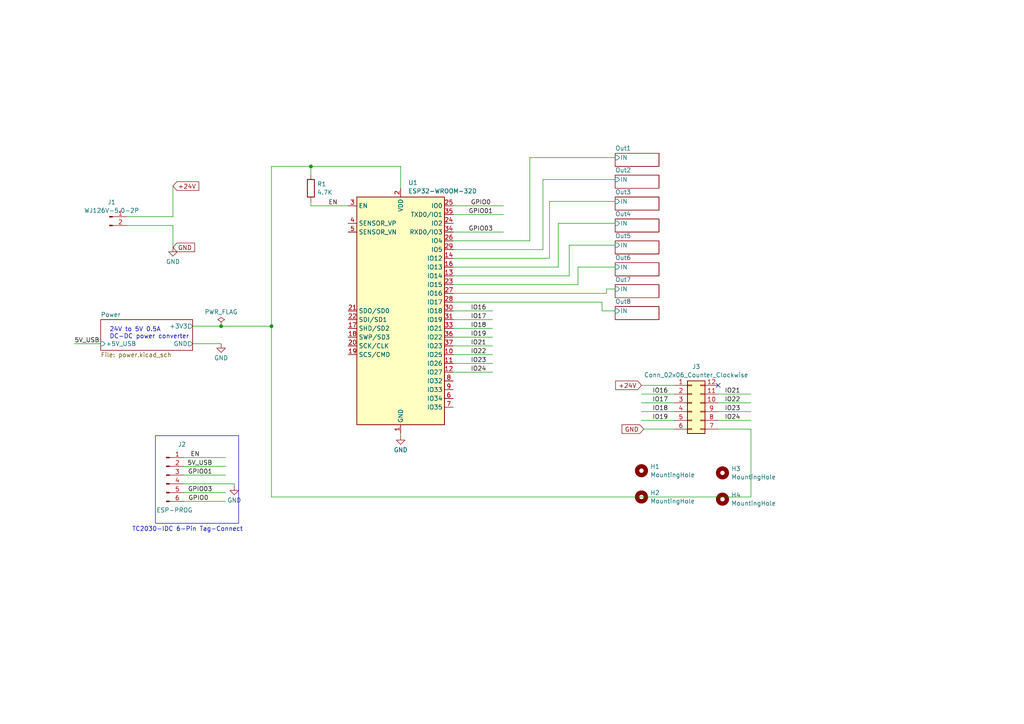
<source format=kicad_sch>
(kicad_sch (version 20230121) (generator eeschema)
  (paper "A4")
  (lib_symbols
    (symbol "Connector:Conn_01x02_Pin" (pin_names (offset 1.016) hide)
      (property "Reference" "J" (at 0 2.54 0))
      (property "Value" "Conn_01x02_Pin" (at 0 -5.08 0))
      (symbol "Conn_01x02_Pin_1_1"
        (polyline (pts (xy 1.27 -2.54) (xy 0.8636 -2.54)) (stroke (width 0.1524)))
        (polyline (pts (xy 1.27 0) (xy 0.8636 0)) (stroke (width 0.1524)))
        (rectangle (start 0.8636 -2.413) (end 0 -2.667) (stroke (width 0.1524)) (fill (type outline)))
        (rectangle (start 0.8636 0.127) (end 0 -0.127) (stroke (width 0.1524)) (fill (type outline)))
        (pin passive line (at 5.08 0 180) (length 3.81) (name "Pin_1") (number "1"))
        (pin passive line (at 5.08 -2.54 180) (length 3.81) (name "Pin_2") (number "2"))
      )
    )
    (symbol "Connector:Conn_01x06_Pin" (pin_names (offset 1.016) hide)
      (property "Reference" "J" (at 0 7.62 0))
      (property "Value" "Conn_01x06_Pin" (at 0 -10.16 0))
      (symbol "Conn_01x06_Pin_1_1"
        (polyline (pts (xy 1.27 -7.62) (xy 0.8636 -7.62)) (stroke (width 0.1524)))
        (polyline (pts (xy 1.27 -5.08) (xy 0.8636 -5.08)) (stroke (width 0.1524)))
        (polyline (pts (xy 1.27 -2.54) (xy 0.8636 -2.54)) (stroke (width 0.1524)))
        (polyline (pts (xy 1.27 0) (xy 0.8636 0)) (stroke (width 0.1524)))
        (polyline (pts (xy 1.27 2.54) (xy 0.8636 2.54)) (stroke (width 0.1524)))
        (polyline (pts (xy 1.27 5.08) (xy 0.8636 5.08)) (stroke (width 0.1524)))
        (rectangle (start 0.8636 -7.493) (end 0 -7.747) (stroke (width 0.1524)) (fill (type outline)))
        (rectangle (start 0.8636 -4.953) (end 0 -5.207) (stroke (width 0.1524)) (fill (type outline)))
        (rectangle (start 0.8636 -2.413) (end 0 -2.667) (stroke (width 0.1524)) (fill (type outline)))
        (rectangle (start 0.8636 0.127) (end 0 -0.127) (stroke (width 0.1524)) (fill (type outline)))
        (rectangle (start 0.8636 2.667) (end 0 2.413) (stroke (width 0.1524)) (fill (type outline)))
        (rectangle (start 0.8636 5.207) (end 0 4.953) (stroke (width 0.1524)) (fill (type outline)))
        (pin passive line (at 5.08 5.08 180) (length 3.81) (name "Pin_1") (number "1"))
        (pin passive line (at 5.08 2.54 180) (length 3.81) (name "Pin_2") (number "2"))
        (pin passive line (at 5.08 0 180) (length 3.81) (name "Pin_3") (number "3"))
        (pin passive line (at 5.08 -2.54 180) (length 3.81) (name "Pin_4") (number "4"))
        (pin passive line (at 5.08 -5.08 180) (length 3.81) (name "Pin_5") (number "5"))
        (pin passive line (at 5.08 -7.62 180) (length 3.81) (name "Pin_6") (number "6"))
      )
    )
    (symbol "Connector_Generic:Conn_02x06_Counter_Clockwise" (pin_names (offset 1.016) hide)
      (property "Reference" "J" (at 1.27 7.62 0))
      (property "Value" "Conn_02x06_Counter_Clockwise" (at 1.27 -10.16 0))
      (symbol "Conn_02x06_Counter_Clockwise_1_1"
        (rectangle (start -1.27 -7.493) (end 0 -7.747) (stroke (width 0.1524)))
        (rectangle (start -1.27 -4.953) (end 0 -5.207) (stroke (width 0.1524)))
        (rectangle (start -1.27 -2.413) (end 0 -2.667) (stroke (width 0.1524)))
        (rectangle (start -1.27 0.127) (end 0 -0.127) (stroke (width 0.1524)))
        (rectangle (start -1.27 2.667) (end 0 2.413) (stroke (width 0.1524)))
        (rectangle (start -1.27 5.207) (end 0 4.953) (stroke (width 0.1524)))
        (rectangle (start -1.27 6.35) (end 3.81 -8.89) (stroke (width 0.254)) (fill (type background)))
        (rectangle (start 3.81 -7.493) (end 2.54 -7.747) (stroke (width 0.1524)))
        (rectangle (start 3.81 -4.953) (end 2.54 -5.207) (stroke (width 0.1524)))
        (rectangle (start 3.81 -2.413) (end 2.54 -2.667) (stroke (width 0.1524)))
        (rectangle (start 3.81 0.127) (end 2.54 -0.127) (stroke (width 0.1524)))
        (rectangle (start 3.81 2.667) (end 2.54 2.413) (stroke (width 0.1524)))
        (rectangle (start 3.81 5.207) (end 2.54 4.953) (stroke (width 0.1524)))
        (pin passive line (at -5.08 5.08 0) (length 3.81) (name "Pin_1") (number "1"))
        (pin passive line (at 7.62 0 180) (length 3.81) (name "Pin_10") (number "10"))
        (pin passive line (at 7.62 2.54 180) (length 3.81) (name "Pin_11") (number "11"))
        (pin passive line (at 7.62 5.08 180) (length 3.81) (name "Pin_12") (number "12"))
        (pin passive line (at -5.08 2.54 0) (length 3.81) (name "Pin_2") (number "2"))
        (pin passive line (at -5.08 0 0) (length 3.81) (name "Pin_3") (number "3"))
        (pin passive line (at -5.08 -2.54 0) (length 3.81) (name "Pin_4") (number "4"))
        (pin passive line (at -5.08 -5.08 0) (length 3.81) (name "Pin_5") (number "5"))
        (pin passive line (at -5.08 -7.62 0) (length 3.81) (name "Pin_6") (number "6"))
        (pin passive line (at 7.62 -7.62 180) (length 3.81) (name "Pin_7") (number "7"))
        (pin passive line (at 7.62 -5.08 180) (length 3.81) (name "Pin_8") (number "8"))
        (pin passive line (at 7.62 -2.54 180) (length 3.81) (name "Pin_9") (number "9"))
      )
    )
    (symbol "Device:R" (pin_numbers hide) (pin_names (offset 0))
      (property "Reference" "R" (at 2.032 0 90))
      (property "Value" "R" (at 0 0 90))
      (symbol "R_0_1"
        (rectangle (start -1.016 -2.54) (end 1.016 2.54) (stroke (width 0.254)))
      )
      (symbol "R_1_1"
        (pin passive line (at 0 3.81 270) (length 1.27) (name "~") (number "1"))
        (pin passive line (at 0 -3.81 90) (length 1.27) (name "~") (number "2"))
      )
    )
    (symbol "Mechanical:MountingHole" (pin_names (offset 1.016))
      (property "Reference" "H" (at 0 5.08 0))
      (property "Value" "MountingHole" (at 0 3.175 0))
      (symbol "MountingHole_0_1"
        (circle (center 0 0) (radius 1.27) (stroke (width 1.27)))
      )
    )
    (symbol "RF_Module:ESP32-WROOM-32D"
      (property "Reference" "U" (at -12.7 34.29 0))
      (property "Value" "ESP32-WROOM-32D" (at 1.27 34.29 0))
      (symbol "ESP32-WROOM-32D_0_1"
        (rectangle (start -12.7 33.02) (end 12.7 -33.02) (stroke (width 0.254)) (fill (type background)))
      )
      (symbol "ESP32-WROOM-32D_1_1"
        (pin power_in line (at 0 -35.56 90) (length 2.54) (name "GND") (number "1"))
        (pin bidirectional line (at 15.24 -12.7 180) (length 2.54) (name "IO25") (number "10"))
        (pin bidirectional line (at 15.24 -15.24 180) (length 2.54) (name "IO26") (number "11"))
        (pin bidirectional line (at 15.24 -17.78 180) (length 2.54) (name "IO27") (number "12"))
        (pin bidirectional line (at 15.24 10.16 180) (length 2.54) (name "IO14") (number "13"))
        (pin bidirectional line (at 15.24 15.24 180) (length 2.54) (name "IO12") (number "14"))
        (pin passive line (at 0 -35.56 90) (length 2.54) hide (name "GND") (number "15"))
        (pin bidirectional line (at 15.24 12.7 180) (length 2.54) (name "IO13") (number "16"))
        (pin bidirectional line (at -15.24 -5.08 0) (length 2.54) (name "SHD/SD2") (number "17"))
        (pin bidirectional line (at -15.24 -7.62 0) (length 2.54) (name "SWP/SD3") (number "18"))
        (pin bidirectional line (at -15.24 -12.7 0) (length 2.54) (name "SCS/CMD") (number "19"))
        (pin power_in line (at 0 35.56 270) (length 2.54) (name "VDD") (number "2"))
        (pin bidirectional line (at -15.24 -10.16 0) (length 2.54) (name "SCK/CLK") (number "20"))
        (pin bidirectional line (at -15.24 0 0) (length 2.54) (name "SDO/SD0") (number "21"))
        (pin bidirectional line (at -15.24 -2.54 0) (length 2.54) (name "SDI/SD1") (number "22"))
        (pin bidirectional line (at 15.24 7.62 180) (length 2.54) (name "IO15") (number "23"))
        (pin bidirectional line (at 15.24 25.4 180) (length 2.54) (name "IO2") (number "24"))
        (pin bidirectional line (at 15.24 30.48 180) (length 2.54) (name "IO0") (number "25"))
        (pin bidirectional line (at 15.24 20.32 180) (length 2.54) (name "IO4") (number "26"))
        (pin bidirectional line (at 15.24 5.08 180) (length 2.54) (name "IO16") (number "27"))
        (pin bidirectional line (at 15.24 2.54 180) (length 2.54) (name "IO17") (number "28"))
        (pin bidirectional line (at 15.24 17.78 180) (length 2.54) (name "IO5") (number "29"))
        (pin input line (at -15.24 30.48 0) (length 2.54) (name "EN") (number "3"))
        (pin bidirectional line (at 15.24 0 180) (length 2.54) (name "IO18") (number "30"))
        (pin bidirectional line (at 15.24 -2.54 180) (length 2.54) (name "IO19") (number "31"))
        (pin no_connect line (at -12.7 -27.94 0) (length 2.54) hide (name "NC") (number "32"))
        (pin bidirectional line (at 15.24 -5.08 180) (length 2.54) (name "IO21") (number "33"))
        (pin bidirectional line (at 15.24 22.86 180) (length 2.54) (name "RXD0/IO3") (number "34"))
        (pin bidirectional line (at 15.24 27.94 180) (length 2.54) (name "TXD0/IO1") (number "35"))
        (pin bidirectional line (at 15.24 -7.62 180) (length 2.54) (name "IO22") (number "36"))
        (pin bidirectional line (at 15.24 -10.16 180) (length 2.54) (name "IO23") (number "37"))
        (pin passive line (at 0 -35.56 90) (length 2.54) hide (name "GND") (number "38"))
        (pin passive line (at 0 -35.56 90) (length 2.54) hide (name "GND") (number "39"))
        (pin input line (at -15.24 25.4 0) (length 2.54) (name "SENSOR_VP") (number "4"))
        (pin input line (at -15.24 22.86 0) (length 2.54) (name "SENSOR_VN") (number "5"))
        (pin input line (at 15.24 -25.4 180) (length 2.54) (name "IO34") (number "6"))
        (pin input line (at 15.24 -27.94 180) (length 2.54) (name "IO35") (number "7"))
        (pin bidirectional line (at 15.24 -20.32 180) (length 2.54) (name "IO32") (number "8"))
        (pin bidirectional line (at 15.24 -22.86 180) (length 2.54) (name "IO33") (number "9"))
      )
    )
    (symbol "power:GND" (power) (pin_names (offset 0))
      (property "Value" "GND" (at 0 -3.81 0))
      (symbol "GND_0_1"
        (polyline (pts (xy 0 0) (xy 0 -1.27) (xy 1.27 -1.27) (xy 0 -2.54) (xy -1.27 -1.27) (xy 0 -1.27)))
      )
      (symbol "GND_1_1"
        (pin power_in line (at 0 0 270) (length 0) hide (name "GND") (number "1"))
      )
    )
    (symbol "power:PWR_FLAG" (power) (pin_numbers hide) (pin_names (offset 0) hide)
      (property "Value" "PWR_FLAG" (at 0 3.81 0))
      (symbol "PWR_FLAG_0_0"
        (pin power_out line (at 0 0 90) (length 0) (name "pwr") (number "1"))
      )
      (symbol "PWR_FLAG_0_1"
        (polyline (pts (xy 0 0) (xy 0 1.27) (xy -1.016 1.905) (xy 0 2.54) (xy 1.016 1.905) (xy 0 1.27)))
      )
    )
  )
  (junction (at 90.17 48.26))
  (junction (at 64.135 94.615))
  (junction (at 78.74 94.615))
  (no_connect (at 208.28 111.76))
  (wire (pts (xy 186.055 111.76) (xy 195.58 111.76)))
  (wire (pts (xy 159.385 58.42) (xy 159.385 74.93)))
  (wire (pts (xy 153.67 69.85) (xy 131.445 69.85)))
  (wire (pts (xy 208.28 119.38) (xy 217.805 119.38)))
  (wire (pts (xy 208.28 116.84) (xy 217.805 116.84)))
  (wire (pts (xy 21.59 99.695) (xy 29.21 99.695)))
  (wire (pts (xy 131.445 105.41) (xy 142.875 105.41)))
  (wire (pts (xy 157.48 52.07) (xy 157.48 72.39)))
  (wire (pts (xy 67.945 140.335) (xy 67.945 140.97)))
  (wire (pts (xy 174.625 90.17) (xy 174.625 87.63)))
  (wire (pts (xy 157.48 72.39) (xy 131.445 72.39)))
  (wire (pts (xy 208.28 114.3) (xy 217.805 114.3)))
  (wire (pts (xy 217.805 144.145) (xy 78.74 144.145)))
  (wire (pts (xy 131.445 100.33) (xy 142.875 100.33)))
  (wire (pts (xy 131.445 80.01) (xy 165.1 80.01)))
  (wire (pts (xy 186.055 116.84) (xy 195.58 116.84)))
  (wire (pts (xy 36.83 65.405) (xy 50.165 65.405)))
  (wire (pts (xy 217.805 124.46) (xy 217.805 144.145)))
  (wire (pts (xy 50.165 53.975) (xy 50.165 62.865)))
  (wire (pts (xy 153.67 45.72) (xy 178.435 45.72)))
  (wire (pts (xy 131.445 62.23) (xy 146.05 62.23)))
  (wire (pts (xy 65.405 137.795) (xy 53.34 137.795)))
  (wire (pts (xy 175.895 83.82) (xy 175.895 85.09)))
  (wire (pts (xy 153.67 45.72) (xy 153.67 69.85)))
  (wire (pts (xy 175.895 83.82) (xy 178.435 83.82)))
  (wire (pts (xy 131.445 92.71) (xy 142.875 92.71)))
  (wire (pts (xy 161.925 64.77) (xy 178.435 64.77)))
  (wire (pts (xy 165.1 71.12) (xy 165.1 80.01)))
  (wire (pts (xy 90.17 50.8) (xy 90.17 48.26)))
  (wire (pts (xy 78.74 94.615) (xy 78.74 48.26)))
  (wire (pts (xy 55.88 94.615) (xy 64.135 94.615)))
  (wire (pts (xy 186.055 121.92) (xy 195.58 121.92)))
  (wire (pts (xy 64.135 94.615) (xy 78.74 94.615)))
  (wire (pts (xy 174.625 87.63) (xy 131.445 87.63)))
  (wire (pts (xy 167.64 82.55) (xy 131.445 82.55)))
  (wire (pts (xy 50.165 65.405) (xy 50.165 71.755)))
  (wire (pts (xy 186.055 114.3) (xy 195.58 114.3)))
  (wire (pts (xy 157.48 52.07) (xy 178.435 52.07)))
  (wire (pts (xy 53.34 140.335) (xy 67.945 140.335)))
  (wire (pts (xy 186.055 119.38) (xy 195.58 119.38)))
  (wire (pts (xy 100.965 59.69) (xy 90.17 59.69)))
  (wire (pts (xy 65.405 135.255) (xy 53.34 135.255)))
  (wire (pts (xy 131.445 97.79) (xy 142.875 97.79)))
  (wire (pts (xy 131.445 95.25) (xy 142.875 95.25)))
  (wire (pts (xy 174.625 90.17) (xy 178.435 90.17)))
  (wire (pts (xy 208.28 124.46) (xy 217.805 124.46)))
  (wire (pts (xy 131.445 67.31) (xy 146.05 67.31)))
  (wire (pts (xy 167.64 77.47) (xy 167.64 82.55)))
  (wire (pts (xy 161.925 64.77) (xy 161.925 77.47)))
  (wire (pts (xy 90.17 59.69) (xy 90.17 58.42)))
  (wire (pts (xy 78.74 144.145) (xy 78.74 94.615)))
  (wire (pts (xy 186.69 124.46) (xy 195.58 124.46)))
  (wire (pts (xy 165.1 71.12) (xy 178.435 71.12)))
  (wire (pts (xy 208.28 121.92) (xy 217.805 121.92)))
  (wire (pts (xy 65.405 145.415) (xy 53.34 145.415)))
  (wire (pts (xy 131.445 59.69) (xy 146.05 59.69)))
  (wire (pts (xy 55.88 99.695) (xy 64.135 99.695)))
  (wire (pts (xy 131.445 102.87) (xy 142.875 102.87)))
  (wire (pts (xy 65.405 142.875) (xy 53.34 142.875)))
  (wire (pts (xy 116.205 125.73) (xy 116.205 126.365)))
  (wire (pts (xy 161.925 77.47) (xy 131.445 77.47)))
  (wire (pts (xy 131.445 74.93) (xy 159.385 74.93)))
  (wire (pts (xy 175.895 85.09) (xy 131.445 85.09)))
  (wire (pts (xy 36.83 62.865) (xy 50.165 62.865)))
  (wire (pts (xy 65.405 132.715) (xy 53.34 132.715)))
  (wire (pts (xy 131.445 107.95) (xy 142.875 107.95)))
  (wire (pts (xy 78.74 48.26) (xy 90.17 48.26)))
  (wire (pts (xy 178.435 77.47) (xy 167.64 77.47)))
  (wire (pts (xy 131.445 90.17) (xy 142.875 90.17)))
  (wire (pts (xy 90.17 48.26) (xy 116.205 48.26)))
  (wire (pts (xy 116.205 48.26) (xy 116.205 54.61)))
  (wire (pts (xy 159.385 58.42) (xy 178.435 58.42)))
  (rectangle (start 45.085 151.765) (end 69.215 126.365))
  (text "24V to 5V 0.5A \nDC-DC power converter" (at 31.75 98.425 0) (effects (font (size 1.27 1.27)) (justify left bottom)))
  (text "TC2030-IDC 6-Pin Tag-Connect\n" (at 70.485 154.305 0) (effects (font (size 1.27 1.27)) (justify right bottom)))
  (label "EN" (at 95.25 59.69 0))
  (label "IO21" (at 136.525 100.33 0))
  (label "IO23" (at 136.525 105.41 0))
  (label "5V_USB" (at 21.59 99.695 0))
  (label "IO17" (at 189.23 116.84 0))
  (label "IO22" (at 136.525 102.87 0))
  (label "EN" (at 55.245 132.715 0))
  (label "IO18" (at 189.23 119.38 0))
  (label "IO23" (at 210.185 119.38 0))
  (label "IO22" (at 210.185 116.84 0))
  (label "IO24" (at 210.185 121.92 0))
  (label "IO19" (at 189.23 121.92 0))
  (label "IO21" (at 210.185 114.3 0))
  (label "GPIO01" (at 135.89 62.23 0))
  (label "IO16" (at 136.525 90.17 0))
  (label "IO18" (at 136.525 95.25 0))
  (label "IO19" (at 136.525 97.79 0))
  (label "GPIO0" (at 54.61 145.415 0))
  (label "IO16" (at 189.23 114.3 0))
  (label "GPIO0" (at 136.525 59.69 0))
  (label "GPIO03" (at 61.595 142.875 180))
  (label "5V_USB" (at 61.595 135.255 180))
  (label "GPIO03" (at 135.89 67.31 0))
  (label "IO17" (at 136.525 92.71 0))
  (label "GPIO01" (at 61.595 137.795 180))
  (label "IO24" (at 136.525 107.95 0))
  (global_label "GND" (shape input) (at 50.165 71.755 0) (property "Intersheetrefs" "${INTERSHEET_REFS}" (effects hide)))
  (global_label "+24V" (shape input) (at 186.055 111.76 180) (property "Intersheetrefs" "${INTERSHEET_REFS}" (effects hide)))
  (global_label "GND" (shape input) (at 186.69 124.46 180) (property "Intersheetrefs" "${INTERSHEET_REFS}" (effects hide)))
  (global_label "+24V" (shape input) (at 50.165 53.975 0) (property "Intersheetrefs" "${INTERSHEET_REFS}" (effects hide)))
  (symbol (lib_id "Device:R") (at 90.17 54.61 0) (unit 1)
    (property "Reference" "R1" (at 91.948 53.3979 0) (effects (justify left)))
    (property "Value" "4.7K" (at 91.948 55.8221 0) (effects (justify left)))
    (property "Footprint" "Resistor_SMD:R_0805_2012Metric" (effects hide))
  )
  (symbol (lib_id "Mechanical:MountingHole") (at 186.055 136.525 0) (unit 1)
    (property "Reference" "H1" (at 188.595 135.3129 0) (effects (justify left)))
    (property "Value" "MountingHole" (at 188.595 137.7371 0) (effects (justify left)))
    (property "Footprint" "MountingHole:MountingHole_3.2mm_M3" (effects hide))
  )
  (symbol (lib_id "Connector_Generic:Conn_02x06_Counter_Clockwise") (at 200.66 116.84 0) (unit 1)
    (property "Reference" "J3" (at 201.93 106.3457 0))
    (property "Value" "Conn_02x06_Counter_Clockwise" (at 201.93 108.7699 0))
    (property "Footprint" "Connector_Molex:Molex_Micro-Fit_3.0_43045-1212_2x06_P3.00mm_Vertical" (effects hide))
  )
  (symbol (lib_id "RF_Module:ESP32-WROOM-32D") (at 116.205 90.17 0) (unit 1)
    (property "Reference" "U1" (at 118.3991 53.0057 0) (effects (justify left)))
    (property "Value" "ESP32-WROOM-32D" (at 118.3991 55.4299 0) (effects (justify left)))
    (property "Footprint" "My Footprints:ESP32-WROOM-32-0.3-via" (effects hide))
    (property "Datasheet" "https://www.espressif.com/sites/default/files/documentation/esp32-wroom-32d_esp32-wroom-32u_datasheet_en.pdf" (effects hide))
  )
  (symbol (lib_id "power:GND") (at 116.205 126.365 0) (unit 1)
    (property "Reference" "#PWR05" (effects hide))
    (property "Value" "GND" (at 116.205 130.4981 0))
  )
  (symbol (lib_id "Connector:Conn_01x06_Pin") (at 48.26 137.795 0) (unit 1)
    (property "Reference" "J2" (at 53.975 128.905 0) (effects (justify right)))
    (property "Value" "ESP-PROG" (at 55.88 147.955 0) (effects (justify right)))
    (property "Footprint" "Connector:Tag-Connect_TC2030-IDC-FP_2x03_P1.27mm_Vertical" (effects hide))
  )
  (symbol (lib_id "power:GND") (at 50.165 71.755 0) (unit 1)
    (property "Reference" "#PWR01" (effects hide))
    (property "Value" "GND" (at 50.165 75.8881 0))
  )
  (symbol (lib_id "power:PWR_FLAG") (at 64.135 94.615 0) (unit 1)
    (property "Reference" "#FLG01" (effects hide))
    (property "Value" "PWR_FLAG" (at 64.135 90.4819 0))
  )
  (symbol (lib_id "Connector:Conn_01x02_Pin") (at 31.75 62.865 0) (unit 1)
    (property "Reference" "J1" (at 32.385 58.6445 0))
    (property "Value" "WJ126V-5.0-2P" (at 32.385 61.0687 0))
    (property "Footprint" "My Footprints:WJ500V-5.08-2P" (effects hide))
  )
  (symbol (lib_id "power:GND") (at 64.135 99.695 0) (unit 1)
    (property "Reference" "#PWR02" (effects hide))
    (property "Value" "GND" (at 64.135 103.8281 0))
  )
  (symbol (lib_id "Mechanical:MountingHole") (at 209.55 144.78 0) (unit 1)
    (property "Reference" "H4" (at 212.09 143.5679 0) (effects (justify left)))
    (property "Value" "MountingHole" (at 212.09 145.9921 0) (effects (justify left)))
    (property "Footprint" "MountingHole:MountingHole_3.2mm_M3" (effects hide))
  )
  (symbol (lib_id "Mechanical:MountingHole") (at 209.55 137.16 0) (unit 1)
    (property "Reference" "H3" (at 212.09 135.9479 0) (effects (justify left)))
    (property "Value" "MountingHole" (at 212.09 138.3721 0) (effects (justify left)))
    (property "Footprint" "MountingHole:MountingHole_3.2mm_M3" (effects hide))
  )
  (symbol (lib_id "Mechanical:MountingHole") (at 186.055 144.145 0) (unit 1)
    (property "Reference" "H2" (at 188.595 142.9329 0) (effects (justify left)))
    (property "Value" "MountingHole" (at 188.595 145.3571 0) (effects (justify left)))
    (property "Footprint" "MountingHole:MountingHole_3.2mm_M3" (effects hide))
  )
  (symbol (lib_id "power:GND") (at 67.945 140.97 0) (mirror y) (unit 1)
    (property "Reference" "#PWR03" (effects hide))
    (property "Value" "GND" (at 67.945 145.1031 0))
  )
  (sheet (at 178.435 82.55) (size 12.7 3.81) (stroke (width 0.1524))
    (property "Sheetname" "Out7" (at 178.435 81.8384 0) (effects (justify left bottom)))
    (property "Sheetfile" "outputs.kicad_sch" (effects hide))
    (pin "IN" input (at 178.435 83.82 180))
  )
  (sheet (at 178.435 57.15) (size 12.7 3.81) (stroke (width 0.1524))
    (property "Sheetname" "Out3" (at 178.435 56.4384 0) (effects (justify left bottom)))
    (property "Sheetfile" "outputs.kicad_sch" (effects hide))
    (pin "IN" input (at 178.435 58.42 180))
  )
  (sheet (at 178.435 63.5) (size 12.7 3.81) (stroke (width 0.1524))
    (property "Sheetname" "Out4" (at 178.435 62.7884 0) (effects (justify left bottom)))
    (property "Sheetfile" "outputs.kicad_sch" (effects hide))
    (pin "IN" input (at 178.435 64.77 180))
  )
  (sheet (at 178.435 76.2) (size 12.7 3.81) (stroke (width 0.1524))
    (property "Sheetname" "Out6" (at 178.435 75.4884 0) (effects (justify left bottom)))
    (property "Sheetfile" "outputs.kicad_sch" (effects hide))
    (pin "IN" input (at 178.435 77.47 180))
  )
  (sheet (at 29.21 92.71) (size 26.67 8.89) (stroke (width 0.1524))
    (property "Sheetname" "Power" (at 29.21 91.9984 0) (effects (justify left bottom)))
    (property "Sheetfile" "power.kicad_sch" (at 29.21 102.1846 0) (effects (justify left top)))
    (pin "+3V3" output (at 55.88 94.615 0))
    (pin "+5V_USB" input (at 29.21 99.695 180))
    (pin "GND" output (at 55.88 99.695 0))
  )
  (sheet (at 178.435 69.85) (size 12.7 3.81) (stroke (width 0.1524))
    (property "Sheetname" "Out5" (at 178.435 69.1384 0) (effects (justify left bottom)))
    (property "Sheetfile" "outputs.kicad_sch" (effects hide))
    (pin "IN" input (at 178.435 71.12 180))
  )
  (sheet (at 178.435 50.8) (size 12.7 3.81) (stroke (width 0.1524))
    (property "Sheetname" "Out2" (at 178.435 50.0884 0) (effects (justify left bottom)))
    (property "Sheetfile" "outputs.kicad_sch" (effects hide))
    (pin "IN" input (at 178.435 52.07 180))
  )
  (sheet (at 178.435 44.45) (size 12.7 3.81) (stroke (width 0.1524))
    (property "Sheetname" "Out1" (at 178.435 43.7384 0) (effects (justify left bottom)))
    (property "Sheetfile" "outputs.kicad_sch" (effects hide))
    (pin "IN" input (at 178.435 45.72 180))
  )
  (sheet (at 178.435 88.9) (size 12.7 3.81) (stroke (width 0.1524))
    (property "Sheetname" "Out8" (at 178.435 88.1884 0) (effects (justify left bottom)))
    (property "Sheetfile" "outputs.kicad_sch" (effects hide))
    (pin "IN" input (at 178.435 90.17 180))
  )
)
</source>
